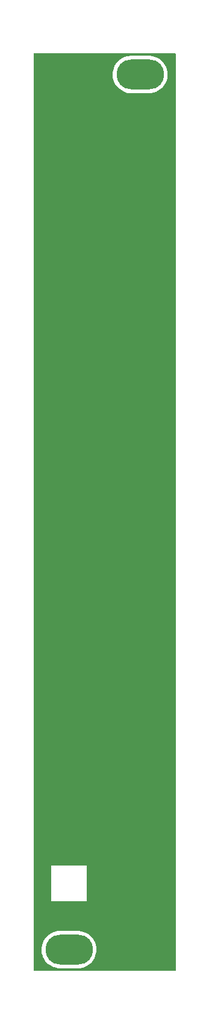
<source format=gbl>
G04 #@! TF.GenerationSoftware,KiCad,Pcbnew,7.0.7-7.0.7~ubuntu22.04.1*
G04 #@! TF.CreationDate,2023-09-25T23:33:28+02:00*
G04 #@! TF.ProjectId,Basic-ADSR,42617369-632d-4414-9453-522e6b696361,rev?*
G04 #@! TF.SameCoordinates,Original*
G04 #@! TF.FileFunction,Copper,L2,Bot*
G04 #@! TF.FilePolarity,Positive*
%FSLAX46Y46*%
G04 Gerber Fmt 4.6, Leading zero omitted, Abs format (unit mm)*
G04 Created by KiCad (PCBNEW 7.0.7-7.0.7~ubuntu22.04.1) date 2023-09-25 23:33:28*
%MOMM*%
%LPD*%
G01*
G04 APERTURE LIST*
G04 #@! TA.AperFunction,ComponentPad*
%ADD10O,6.700000X4.200000*%
G04 #@! TD*
G04 #@! TA.AperFunction,ViaPad*
%ADD11C,8.000000*%
G04 #@! TD*
G04 APERTURE END LIST*
D10*
X104500000Y-27500000D03*
X94500000Y-150000000D03*
D11*
X94500000Y-127000000D03*
X104500000Y-122200000D03*
X99500000Y-76100000D03*
X99500000Y-94100000D03*
X99500000Y-58100000D03*
X99500000Y-40200000D03*
X104500000Y-137000000D03*
G04 #@! TA.AperFunction,Conductor*
G36*
X109442539Y-24520185D02*
G01*
X109488294Y-24572989D01*
X109499500Y-24624500D01*
X109499500Y-152875500D01*
X109479815Y-152942539D01*
X109427011Y-152988294D01*
X109375500Y-152999500D01*
X89624500Y-152999500D01*
X89557461Y-152979815D01*
X89511706Y-152927011D01*
X89500500Y-152875500D01*
X89500500Y-150080483D01*
X90637782Y-150080483D01*
X90667471Y-150400880D01*
X90667472Y-150400886D01*
X90736309Y-150715206D01*
X90790356Y-150868578D01*
X90843253Y-151018689D01*
X90986680Y-151306729D01*
X91164416Y-151574960D01*
X91164419Y-151574963D01*
X91164420Y-151574965D01*
X91271856Y-151700365D01*
X91373768Y-151819316D01*
X91611562Y-152036094D01*
X91611565Y-152036096D01*
X91874174Y-152221994D01*
X91874182Y-152221998D01*
X91874192Y-152222006D01*
X92157679Y-152374235D01*
X92319635Y-152436977D01*
X92457715Y-152490470D01*
X92457718Y-152490470D01*
X92457724Y-152490473D01*
X92769779Y-152568958D01*
X92889529Y-152583786D01*
X93089108Y-152608500D01*
X93089113Y-152608500D01*
X95830363Y-152608500D01*
X95830368Y-152608500D01*
X96071163Y-152593648D01*
X96387458Y-152534523D01*
X96694090Y-152436976D01*
X96986410Y-152302487D01*
X97259987Y-152133096D01*
X97510675Y-151931368D01*
X97734672Y-151700363D01*
X97928584Y-151443582D01*
X98089471Y-151164918D01*
X98214894Y-150868595D01*
X98302951Y-150559105D01*
X98352308Y-150241139D01*
X98362217Y-149919518D01*
X98332528Y-149599118D01*
X98263690Y-149284794D01*
X98156747Y-148981311D01*
X98013320Y-148693271D01*
X97835584Y-148425040D01*
X97728145Y-148299637D01*
X97626234Y-148180686D01*
X97626229Y-148180681D01*
X97388444Y-147963911D01*
X97388434Y-147963903D01*
X97125825Y-147778005D01*
X97125813Y-147777998D01*
X97125808Y-147777994D01*
X97125799Y-147777989D01*
X96842333Y-147625771D01*
X96842328Y-147625768D01*
X96842321Y-147625765D01*
X96773944Y-147599275D01*
X96542284Y-147509529D01*
X96230217Y-147431041D01*
X95910892Y-147391500D01*
X95910887Y-147391500D01*
X93169632Y-147391500D01*
X93106971Y-147395364D01*
X92928839Y-147406351D01*
X92612544Y-147465476D01*
X92612542Y-147465477D01*
X92305915Y-147563022D01*
X92305912Y-147563023D01*
X92305910Y-147563024D01*
X92190447Y-147616145D01*
X92013589Y-147697513D01*
X91740025Y-147866895D01*
X91740005Y-147866909D01*
X91489328Y-148068628D01*
X91265329Y-148299634D01*
X91071413Y-148556421D01*
X91071411Y-148556424D01*
X90910533Y-148835074D01*
X90910523Y-148835094D01*
X90785108Y-149131398D01*
X90785100Y-149131421D01*
X90697049Y-149440893D01*
X90647691Y-149758866D01*
X90637782Y-150080483D01*
X89500500Y-150080483D01*
X89500500Y-138250000D01*
X92000000Y-138250000D01*
X92000000Y-143250000D01*
X97000000Y-143250000D01*
X97000000Y-138250000D01*
X92000000Y-138250000D01*
X89500500Y-138250000D01*
X89500500Y-27580483D01*
X100637782Y-27580483D01*
X100667471Y-27900880D01*
X100667472Y-27900886D01*
X100736309Y-28215206D01*
X100790356Y-28368578D01*
X100843253Y-28518689D01*
X100986680Y-28806729D01*
X101164416Y-29074960D01*
X101164419Y-29074963D01*
X101164420Y-29074965D01*
X101271856Y-29200365D01*
X101373768Y-29319316D01*
X101611562Y-29536094D01*
X101611565Y-29536096D01*
X101874174Y-29721994D01*
X101874182Y-29721998D01*
X101874192Y-29722006D01*
X102157679Y-29874235D01*
X102319635Y-29936977D01*
X102457715Y-29990470D01*
X102457718Y-29990470D01*
X102457724Y-29990473D01*
X102769779Y-30068958D01*
X102889529Y-30083786D01*
X103089108Y-30108500D01*
X103089113Y-30108500D01*
X105830363Y-30108500D01*
X105830368Y-30108500D01*
X106071163Y-30093648D01*
X106387458Y-30034523D01*
X106694090Y-29936976D01*
X106986410Y-29802487D01*
X107259987Y-29633096D01*
X107510675Y-29431368D01*
X107734672Y-29200363D01*
X107928584Y-28943582D01*
X108089471Y-28664918D01*
X108214894Y-28368595D01*
X108302951Y-28059105D01*
X108352308Y-27741139D01*
X108362217Y-27419518D01*
X108332528Y-27099118D01*
X108263690Y-26784794D01*
X108156747Y-26481311D01*
X108013320Y-26193271D01*
X107835584Y-25925040D01*
X107728145Y-25799637D01*
X107626234Y-25680686D01*
X107626229Y-25680681D01*
X107388444Y-25463911D01*
X107388434Y-25463903D01*
X107125825Y-25278005D01*
X107125813Y-25277998D01*
X107125808Y-25277994D01*
X107125799Y-25277989D01*
X106842333Y-25125771D01*
X106842328Y-25125768D01*
X106842321Y-25125765D01*
X106773944Y-25099275D01*
X106542284Y-25009529D01*
X106230217Y-24931041D01*
X105910892Y-24891500D01*
X105910887Y-24891500D01*
X103169632Y-24891500D01*
X103106971Y-24895364D01*
X102928839Y-24906351D01*
X102612544Y-24965476D01*
X102612542Y-24965477D01*
X102305915Y-25063022D01*
X102305912Y-25063023D01*
X102305910Y-25063024D01*
X102190447Y-25116145D01*
X102013589Y-25197513D01*
X101740025Y-25366895D01*
X101740005Y-25366909D01*
X101489328Y-25568628D01*
X101265329Y-25799634D01*
X101071413Y-26056421D01*
X101071411Y-26056424D01*
X100910533Y-26335074D01*
X100910523Y-26335094D01*
X100785108Y-26631398D01*
X100785100Y-26631421D01*
X100697049Y-26940893D01*
X100647691Y-27258866D01*
X100637782Y-27580483D01*
X89500500Y-27580483D01*
X89500500Y-24624500D01*
X89520185Y-24557461D01*
X89572989Y-24511706D01*
X89624500Y-24500500D01*
X109375500Y-24500500D01*
X109442539Y-24520185D01*
G37*
G04 #@! TD.AperFunction*
M02*

</source>
